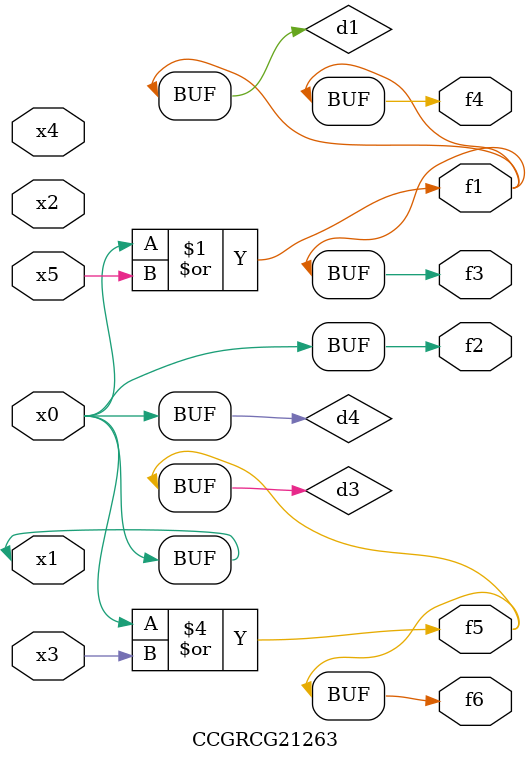
<source format=v>
module CCGRCG21263(
	input x0, x1, x2, x3, x4, x5,
	output f1, f2, f3, f4, f5, f6
);

	wire d1, d2, d3, d4;

	or (d1, x0, x5);
	xnor (d2, x1, x4);
	or (d3, x0, x3);
	buf (d4, x0, x1);
	assign f1 = d1;
	assign f2 = d4;
	assign f3 = d1;
	assign f4 = d1;
	assign f5 = d3;
	assign f6 = d3;
endmodule

</source>
